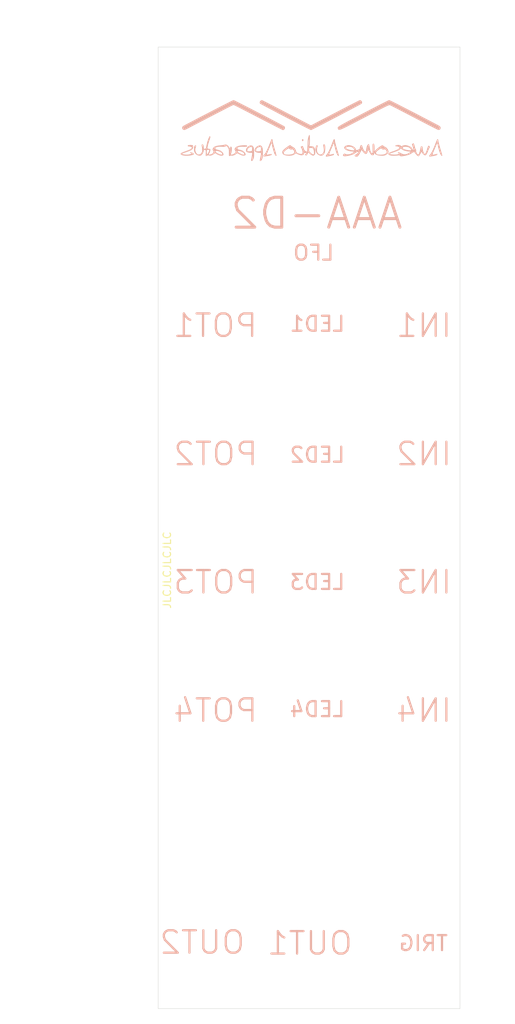
<source format=kicad_pcb>
(kicad_pcb (version 20211014) (generator pcbnew)
  (title_block (title "AAA Demiurge 1") (date "2022-08-11") (rev "F") (company "Awesome Audio Apparatus"))
  (layers (0 "F.Cu" signal) (31 "B.Cu" signal) (34 "B.Paste" user) (35 "F.Paste" user) (36 "B.SilkS" user "B.Silkscreen") (37 "F.SilkS" user "F.Silkscreen") (38 "B.Mask" user) (39 "F.Mask" user) (44 "Edge.Cuts" user))
  (net 0 "")
  (footprint "MountingHole:MountingHole_3.2mm_M3" (layer "F.Cu") (at 109.1 167)
    (fp_text reference "REF**" hide)
    (fp_text value "MountingHole_3.2mm_M3")
    (pad "" np_thru_hole circle (at 0 0) (size 3.2 3.2) (drill 3.2) (layers *.Cu *.Mask))
  )
  (footprint "MountingHole:MountingHole_3.2mm_M3" (layer "F.Cu") (at 109.1 44.5)
    (fp_text reference "REF**" hide)
    (fp_text value "MountingHole_3.2mm_M3")
    (pad "" np_thru_hole circle (at 0 0) (size 3.2 3.2) (drill 3.2) (layers *.Cu *.Mask))
  )
  (footprint "MountingHole:MountingHole_3.2mm_M3" (layer "F.Cu") (at 83.7 44.5)
    (fp_text reference "REF**" hide)
    (fp_text value "MountingHole_3.2mm_M3")
    (pad "" np_thru_hole circle (at 0 0) (size 3.2 3.2) (drill 3.2) (layers *.Cu *.Mask))
  )
  (footprint "MountingHole:MountingHole_3.2mm_M3" (layer "F.Cu") (at 83.7 167)
    (fp_text reference "REF**" hide)
    (fp_text value "MountingHole_3.2mm_M3")
    (pad "" np_thru_hole circle (at 0 0) (size 3.2 3.2) (drill 3.2) (layers *.Cu *.Mask))
  )
  (footprint "MountingHole:MountingHole_6mm" (layer "B.Cu") (at 111.76 137.16 180)
    (fp_text reference "IN4" (at 0 7) (layer "B.SilkS") (effects (font (size 3 3) (thickness 0.3)) (justify mirror)))
    (fp_text value "MountingHole_6mm")
    (pad "" np_thru_hole circle (at 0 0 180) (size 6.5 6.5) (drill 6.5) (layers F&B.Cu *.Mask))
  )
  (footprint "MountingHole:MountingHole_6mm" (layer "B.Cu") (at 83.8454 85.725 180)
    (fp_text reference "POT1" (at 0 7) (layer "B.SilkS") (effects (font (size 3 3) (thickness 0.3)) (justify mirror)))
    (fp_text value "MountingHole_6mm")
    (pad "" np_thru_hole circle (at 0 0 180) (size 7.3 7.3) (drill 7.3) (layers F&B.Cu *.Mask))
  )
  (footprint "MountingHole:MountingHole_6mm" (layer "B.Cu") (at 97.536 82.677 180)
    (fp_text reference "LED1" (at 0.036 4.177) (layer "B.SilkS") (effects (font (size 2 2) (thickness 0.3)) (justify mirror)))
    (fp_text value "MountingHole_6mm")
    (pad "" np_thru_hole circle (at 0 0 180) (size 5.5 5.5) (drill 5.5) (layers F&B.Cu *.Mask))
  )
  (footprint "MountingHole:MountingHole_6mm" (layer "B.Cu") (at 83.8708 137.16 180)
    (fp_text reference "POT4" (at 0 7) (layer "B.SilkS") (effects (font (size 3 3) (thickness 0.3)) (justify mirror)))
    (fp_text value "MountingHole_6mm")
    (pad "" np_thru_hole circle (at 0 0 180) (size 7.3 7.3) (drill 7.3) (layers F&B.Cu *.Mask))
  )
  (footprint "MountingHole:MountingHole_6mm" (layer "B.Cu") (at 83.8962 102.87 180)
    (fp_text reference "POT2" (at 0 7) (layer "B.SilkS") (effects (font (size 3 3) (thickness 0.3)) (justify mirror)))
    (fp_text value "MountingHole_6mm")
    (pad "" np_thru_hole circle (at 0 0 180) (size 7.3 7.3) (drill 7.3) (layers F&B.Cu *.Mask))
  )
  (footprint "MountingHole:MountingHole_6mm" (layer "B.Cu") (at 111.76 154.305 180)
    (fp_text reference "TRIG" (at 0.06 -6.964513) (layer "B.SilkS") (effects (font (size 2 2) (thickness 0.3)) (justify mirror)))
    (fp_text value "MountingHole_6mm")
    (pad "" np_thru_hole circle (at 0 0 180) (size 6.5 6.5) (drill 6.5) (layers F&B.Cu *.Mask))
  )
  (footprint "MountingHole:MountingHole_6mm" (layer "B.Cu") (at 97.536 134.239 180)
    (fp_text reference "LED4" (at 0.036 4.239) (layer "B.SilkS") (effects (font (size 2 2) (thickness 0.3)) (justify mirror)))
    (fp_text value "MountingHole_6mm")
    (pad "" np_thru_hole circle (at 0 0 180) (size 5.5 5.5) (drill 5.5) (layers F&B.Cu *.Mask))
  )
  (footprint "MountingHole:MountingHole_6mm" (layer "B.Cu") (at 97.536 125.222 180)
    (fp_text reference "REF**" (at 0 7) (layer "B.SilkS") (effects (justify mirror)))
    (fp_text value "MountingHole_6mm")
    (pad "" np_thru_hole circle (at 0 0 180) (size 3.5 3.5) (drill 3.5) (layers F&B.Cu *.Mask))
  )
  (footprint "MountingHole:MountingHole_6mm" (layer "B.Cu") (at 97.536 90.932 180)
    (fp_text reference "REF**" (at 0 7) (layer "B.SilkS") (effects (justify mirror)))
    (fp_text value "MountingHole_6mm")
    (pad "" np_thru_hole circle (at 0 0 180) (size 3.5 3.5) (drill 3.5) (layers F&B.Cu *.Mask))
  )
  (footprint "MountingHole:MountingHole_6mm" (layer "B.Cu") (at 97.536 108.077 180)
    (fp_text reference "REF**" (at 0 7) (layer "B.SilkS") (effects (justify mirror)))
    (fp_text value "MountingHole_6mm")
    (pad "" np_thru_hole circle (at 0 0 180) (size 3.5 3.5) (drill 3.5) (layers F&B.Cu *.Mask))
  )
  (footprint "MountingHole:MountingHole_6mm" (layer "B.Cu") (at 83.8962 120.015 180)
    (fp_text reference "POT3" (at 0 7) (layer "B.SilkS") (effects (font (size 3 3) (thickness 0.3)) (justify mirror)))
    (fp_text value "MountingHole_6mm")
    (pad "" np_thru_hole circle (at 0 0 180) (size 7.3 7.3) (drill 7.3) (layers F&B.Cu *.Mask))
  )
  (footprint "MountingHole:MountingHole_6mm" (layer "B.Cu") (at 97.5 142.315 180)
    (fp_text reference "REF**" (at 0 7) (layer "B.SilkS") (effects (justify mirror)))
    (fp_text value "MountingHole_6mm")
    (pad "" np_thru_hole circle (at 0 0 180) (size 3.5 3.5) (drill 3.5) (layers F&B.Cu *.Mask))
  )
  (footprint "MountingHole:MountingHole_6mm" (layer "B.Cu") (at 81.28 154.305 180)
    (fp_text reference "OUT2" (at -0.82 -6.848323) (layer "B.SilkS") (effects (font (size 3 3) (thickness 0.3)) (justify mirror)))
    (fp_text value "MountingHole_6mm")
    (pad "" np_thru_hole circle (at 0 0 180) (size 6.5 6.5) (drill 6.5) (layers F&B.Cu *.Mask))
  )
  (footprint "MountingHole:MountingHole_6mm" (layer "B.Cu") (at 97.536 116.967 180)
    (fp_text reference "LED3" (at 0.036 3.967) (layer "B.SilkS") (effects (font (size 2 2) (thickness 0.3)) (justify mirror)))
    (fp_text value "MountingHole_6mm")
    (pad "" np_thru_hole circle (at 0 0 180) (size 5.5 5.5) (drill 5.5) (layers F&B.Cu *.Mask))
  )
  (footprint "MountingHole:MountingHole_6mm" (layer "B.Cu") (at 111.76 102.87 180)
    (fp_text reference "IN2" (at 0 7) (layer "B.SilkS") (effects (font (size 3 3) (thickness 0.3)) (justify mirror)))
    (fp_text value "MountingHole_6mm")
    (pad "" np_thru_hole circle (at 0 0 180) (size 6.5 6.5) (drill 6.5) (layers F&B.Cu *.Mask))
  )
  (footprint "MountingHole:MountingHole_6mm" (layer "B.Cu") (at 111.76 120.015 180)
    (fp_text reference "IN3" (at 0 7) (layer "B.SilkS") (effects (font (size 3 3) (thickness 0.3)) (justify mirror)))
    (fp_text value "MountingHole_6mm")
    (pad "" np_thru_hole circle (at 0 0 180) (size 6.5 6.5) (drill 6.5) (layers F&B.Cu *.Mask))
  )
  (footprint "LOGO" (layer "B.Cu") (at 96.7 52.65 180)
    (fp_text reference "G***" hide)
    (fp_text value "LOGO" hide)
    (fp_poly (pts (xy -13.613309 -1.730055) (xy -13.547753 -1.764224) (xy -13.453954 -1.817414) (xy -13.574439 -2.2225) (xy -13.627129 -2.420555) (xy -13.650693 -2.55619) (xy -13.646532 -2.624656) (xy -13.616044 -2.6212) (xy -13.583217 -2.573733) (xy -13.335735 -2.573733) (xy -13.331642 -2.633019) (xy -13.26726 -2.657533) (xy -13.125421 -2.65423) (xy -12.911564 -2.623581) (xy -12.678104 -2.576574) (xy -12.444935 -2.51179) (xy -12.293841 -2.439164) (xy -12.226373 -2.360068) (xy -12.244082 -2.275878) (xy -12.287398 -2.230599) (xy -12.393322 -2.18688) (xy -12.55244 -2.169959) (xy -12.735061 -2.178331) (xy -12.911492 -2.210489) (xy -13.052042 -2.264928) (xy -13.060203 -2.269802) (xy -13.188409 -2.367513) (xy -13.28529 -2.475564) (xy -13.335735 -2.573733) (xy -13.583217 -2.573733) (xy -13.560629 -2.541072) (xy -13.509941 -2.441466) (xy -13.447364 -2.332019) (xy -13.364981 -2.247046) (xy -13.23886 -2.165551) (xy -13.130866 -2.108899) (xy -12.83364 -1.992909) (xy -12.556036 -1.95089) (xy -12.307312 -1.983437) (xy -12.162254 -2.046769) (xy -12.064337 -2.096624) (xy -12.006228 -2.110915) (xy -11.99931 -2.10372) (xy -11.971423 -2.044381) (xy -11.930493 -1.995714) (xy -11.842084 -1.953926) (xy -11.700668 -1.930998) (xy -11.5389 -1.927522) (xy -11.389432 -1.944092) (xy -11.284919 -1.981297) (xy -11.28114 -1.983942) (xy -11.228409 -2.033948) (xy -11.248329 -2.077428) (xy -11.272212 -2.098324) (xy -11.359835 -2.134188) (xy -11.409994 -2.1293) (xy -11.498008 -2.126738) (xy -11.609973 -2.159367) (xy -11.713119 -2.2127) (xy -11.774673 -2.272253) (xy -11.780345 -2.293011) (xy -11.737429 -2.385798) (xy -11.610839 -2.487496) (xy -11.40381 -2.596148) (xy -11.119576 -2.709797) (xy -11.051841 -2.733612) (xy -10.777223 -2.830043) (xy -10.575792 -2.905982) (xy -10.437024 -2.966705) (xy -10.350396 -3.01749) (xy -10.305384 -3.063613) (xy -10.291467 -3.110351) (xy -10.291379 -3.114944) (xy -10.33262 -3.221184) (xy -10.454432 -3.299744) (xy -10.653946 -3.34958) (xy -10.928295 -3.369649) (xy -10.992069 -3.369998) (xy -11.198934 -3.365415) (xy -11.394816 -3.354673) (xy -11.547841 -3.339743) (xy -11.590162 -3.332992) (xy -11.716321 -3.316875) (xy -11.793244 -3.335342) (xy -11.841544 -3.378692) (xy -11.893654 -3.424255) (xy -11.964213 -3.44924) (xy -12.067885 -3.453475) (xy -12.219332 -3.43679) (xy -12.433217 -3.399013) (xy -12.578302 -3.370096) (xy -12.877188 -3.300389) (xy -13.110068 -3.223581) (xy -13.298504 -3.130847) (xy -13.464057 -3.013362) (xy -13.477802 -3.001921) (xy -13.625974 -2.909083) (xy -13.751453 -2.894866) (xy -13.84723 -2.958935) (xy -13.882218 -3.021251) (xy -13.945529 -3.125547) (xy -14.045515 -3.242896) (xy -14.159891 -3.351925) (xy -14.266373 -3.431258) (xy -14.339284 -3.459655) (xy -14.388203 -3.423544) (xy -14.461891 -3.327789) (xy -14.54629 -3.191252) (xy -14.566318 -3.154993) (xy -14.730873 -2.850331) (xy -14.803908 -2.968872) (xy -14.919896 -3.124921) (xy -15.048268 -3.247037) (xy -15.168618 -3.31769) (xy -15.222229 -3.328276) (xy -15.316654 -3.286076) (xy -15.418676 -3.164175) (xy -15.523822 -2.969624) (xy -15.627619 -2.709472) (xy -15.642662 -2.665624) (xy -15.700081 -2.515643) (xy -15.758086 -2.397156) (xy -15.801277 -2.338797) (xy -15.84206 -2.261945) (xy -15.832597 -2.159238) (xy -15.781358 -2.069813) (xy -15.736552 -2.039727) (xy -15.688116 -2.032516) (xy -15.644642 -2.058263) (xy -15.601061 -2.127469) (xy -15.5523 -2.250639) (xy -15.493291 -2.438276) (xy -15.42106 -2.693276) (xy -15.363375 -2.852552) (xy -15.28721 -3.007142) (xy -15.279261 -3.020399) (xy -15.185791 -3.172349) (xy -15.082439 -3.042734) (xy -14.995714 -2.88325) (xy -14.928734 -2.654602) (xy -14.886157 -2.3739) (xy -14.879979 -2.299138) (xy -14.864275 -2.184107) (xy -14.826796 -2.130008) (xy -14.753318 -2.110687) (xy -14.698906 -2.10836) (xy -14.661195 -2.127098) (xy -14.632467 -2.182733) (xy -14.605001 -2.291096) (xy -14.57108 -2.46802) (xy -14.566252 -2.494373) (xy -14.507963 -2.765089) (xy -14.444036 -2.977418) (xy -14.37787 -3.122656) (xy -14.312862 -3.192098) (xy -14.292043 -3.196897) (xy -14.206677 -3.158208) (xy -14.122956 -3.060775) (xy -14.054993 -2.93255) (xy -14.023635 -2.824655) (xy -13.291207 -2.824655) (xy -13.127072 -2.950216) (xy -12.860547 -3.112454) (xy -12.597492 -3.187541) (xy -12.335268 -3.175697) (xy -12.071236 -3.077145) (xy -12.012452 -3.043733) (xy -11.843266 -2.953834) (xy -11.702268 -2.901776) (xy -11.603725 -2.891075) (xy -11.561908 -2.925248) (xy -11.561379 -2.932597) (xy -11.595644 -2.983731) (xy -11.653667 -3.02424) (xy -11.709678 -3.076328) (xy -11.689197 -3.125457) (xy -11.603318 -3.1682) (xy -11.463134 -3.201129) (xy -11.279739 -3.220815) (xy -11.064226 -3.22383) (xy -11.013966 -3.221933) (xy -10.838359 -3.210374) (xy -10.690279 -3.194692) (xy -10.596933 -3.177905) (xy -10.586983 -3.174583) (xy -10.52271 -3.132492) (xy -10.510345 -3.108246) (xy -10.549404 -3.081517) (xy -10.655723 -3.03505) (xy -10.813018 -2.975405) (xy -11.003017 -2.909799) (xy -11.297374 -2.809035) (xy -11.519579 -2.724076) (xy -11.682294 -2.648852) (xy -11.798176 -2.577288) (xy -11.879884 -2.503314) (xy -11.899657 -2.479705) (xy -11.960666 -2.410147) (xy -11.99797 -2.40613) (xy -12.032813 -2.45221) (xy -12.13605 -2.551644) (xy -12.30688 -2.643789) (xy -12.525309 -2.720976) (xy -12.771346 -2.775536) (xy -12.924422 -2.794263) (xy -13.291207 -2.824655) (xy -14.023635 -2.824655) (xy -14.0169 -2.801482) (xy -14.022788 -2.695522) (xy -14.030752 -2.679368) (xy -14.025293 -2.618747) (xy -13.977254 -2.534199) (xy -13.924609 -2.434579) (xy -13.871767 -2.286278) (xy -13.841206 -2.16921) (xy -13.789884 -1.963467) (xy -13.738491 -1.810944) (xy -13.691852 -1.724403) (xy -13.667367 -1.709483)) (layer "B.SilkS") (width 0) (fill solid))
    (fp_poly (pts (xy 6.95468 -1.986289) (xy 7.143217 -2.047715) (xy 7.317597 -2.158829) (xy 7.462421 -2.302622) (xy 7.562296 -2.462082) (xy 7.601825 -2.6202) (xy 7.594272 -2.69295) (xy 7.517178 -2.827817) (xy 7.368018 -2.92163) (xy 7.153847 -2.970903) (xy 7.017845 -2.977767) (xy 6.894974 -2.978625) (xy 6.811523 -2.989785) (xy 6.763504 -3.024386) (xy 6.746929 -3.095567) (xy 6.75781 -3.216466) (xy 6.79216 -3.400223) (xy 6.831724 -3.591035) (xy 6.87523 -3.800288) (xy 6.901586 -3.938292) (xy 6.91024 -4.019798) (xy 6.900643 -4.059556) (xy 6.872243 -4.072316) (xy 6.824489 -4.072829) (xy 6.813734 -4.072759) (xy 6.738343 -4.053335) (xy 6.671671 -3.983256) (xy 6.605717 -3.864742) (xy 6.560977 -3.762376) (xy 6.530127 -3.655604) (xy 6.509961 -3.52355) (xy 6.497272 -3.345339) (xy 6.48897 -3.104561) (xy 6.487255 -2.778873) (xy 6.502762 -2.526415) (xy 6.533141 -2.360461) (xy 6.748341 -2.360461) (xy 6.752942 -2.484835) (xy 6.764609 -2.628558) (xy 6.787263 -2.7086) (xy 6.83137 -2.748866) (xy 6.875517 -2.764751) (xy 6.988616 -2.782731) (xy 7.13688 -2.789341) (xy 7.182069 -2.788443) (xy 7.304575 -2.778665) (xy 7.364989 -2.751277) (xy 7.388783 -2.690498) (xy 7.393268 -2.657601) (xy 7.380656 -2.527662) (xy 7.341806 -2.434233) (xy 7.238536 -2.331416) (xy 7.094208 -2.25019) (xy 6.944321 -2.206733) (xy 6.847764 -2.209108) (xy 6.786873 -2.231277) (xy 6.756427 -2.273892) (xy 6.748341 -2.360461) (xy 6.533141 -2.360461) (xy 6.53797 -2.334082) (xy 6.595359 -2.188769) (xy 6.677408 -2.077368) (xy 6.684709 -2.069931) (xy 6.779616 -1.995592) (xy 6.881326 -1.977849)) (layer "B.SilkS") (width 0) (fill solid))
    (fp_poly (pts (xy 13.637599 -0.791676) (xy 13.676101 -0.85947) (xy 13.775602 -1.086588) (xy 13.874031 -1.367973) (xy 13.961097 -1.670793) (xy 14.026506 -1.962217) (xy 14.032882 -1.997553) (xy 14.073236 -2.202801) (xy 14.11438 -2.335842) (xy 14.165437 -2.41166) (xy 14.235527 -2.445237) (xy 14.309396 -2.451743) (xy 14.367778 -2.443435) (xy 14.397092 -2.402855) (xy 14.407107 -2.308074) (xy 14.407931 -2.230569) (xy 14.425716 -2.020664) (xy 14.478995 -1.89038) (xy 14.567648 -1.839981) (xy 14.581693 -1.83931) (xy 14.663756 -1.874037) (xy 14.692794 -1.97733) (xy 14.668563 -2.147858) (xy 14.650422 -2.213419) (xy 14.620077 -2.343325) (xy 14.613898 -2.438341) (xy 14.623003 -2.466038) (xy 14.636211 -2.530026) (xy 14.615838 -2.621369) (xy 14.596031 -2.715941) (xy 14.617642 -2.818678) (xy 14.667373 -2.927637) (xy 14.792659 -3.100097) (xy 14.943269 -3.195609) (xy 15.104181 -3.21422) (xy 15.260378 -3.155977) (xy 15.396839 -3.020928) (xy 15.452712 -2.925159) (xy 15.532948 -2.688267) (xy 15.532602 -2.463326) (xy 15.480862 -2.292383) (xy 15.424235 -2.122962) (xy 15.423791 -2.017565) (xy 15.479785 -1.972814) (xy 15.504993 -1.97069) (xy 15.592388 -2.010354) (xy 15.658789 -2.116798) (xy 15.701728 -2.271195) (xy 15.718736 -2.45472) (xy 15.707345 -2.648546) (xy 15.665088 -2.833849) (xy 15.629655 -2.921502) (xy 15.481434 -3.139477) (xy 15.284775 -3.287011) (xy 15.046286 -3.359324) (xy 15.020276 -3.362246) (xy 14.883487 -3.369288) (xy 14.792075 -3.34749) (xy 14.705018 -3.282379) (xy 14.654395 -3.233154) (xy 14.52631 -3.059132) (xy 14.438246 -2.849304) (xy 14.408175 -2.660431) (xy 14.379574 -2.601781) (xy 14.284395 -2.5838) (xy 14.281657 -2.583793) (xy 14.203665 -2.596401) (xy 14.153766 -2.643053) (xy 14.128274 -2.736991) (xy 14.123499 -2.891459) (xy 14.135069 -3.110169) (xy 14.144597 -3.270232) (xy 14.141766 -3.361933) (xy 14.122495 -3.404105) (xy 14.082705 -3.415582) (xy 14.068833 -3.415862) (xy 13.970408 -3.387039) (xy 13.92959 -3.354249) (xy 13.871846 -3.316844) (xy 13.777691 -3.322067) (xy 13.721088 -3.336087) (xy 13.504966 -3.360081) (xy 13.293122 -3.306665) (xy 13.07174 -3.172346) (xy 13.071025 -3.1718) (xy 12.870738 -3.018918) (xy 12.746606 -3.107307) (xy 12.550484 -3.224508) (xy 12.344905 -3.309636) (xy 12.147086 -3.359576) (xy 11.974247 -3.371209) (xy 11.843604 -3.341419) (xy 11.779253 -3.282443) (xy 11.756384 -3.198935) (xy 11.774008 -3.126164) (xy 11.923515 -3.126164) (xy 11.926711 -3.172785) (xy 11.988675 -3.222126) (xy 12.108438 -3.223185) (xy 12.272267 -3.178222) (xy 12.466428 -3.089497) (xy 12.481034 -3.081577) (xy 12.656291 -2.981169) (xy 12.76335 -2.906525) (xy 12.813728 -2.847119) (xy 12.81894 -2.792424) (xy 12.814111 -2.777132) (xy 12.779342 -2.732519) (xy 12.706319 -2.719535) (xy 12.588898 -2.730501) (xy 12.408239 -2.773466) (xy 12.234348 -2.845885) (xy 12.084248 -2.936388) (xy 11.974963 -3.033604) (xy 11.923515 -3.126164) (xy 11.774008 -3.126164) (xy 11.781384 -3.095709) (xy 11.810557 -3.031451) (xy 11.947573 -2.848001) (xy 12.154868 -2.700556) (xy 12.419655 -2.597347) (xy 12.52191 -2.573519) (xy 12.676809 -2.539154) (xy 12.766716 -2.504515) (xy 12.813412 -2.457424) (xy 12.835481 -2.398202) (xy 12.848187 -2.327248) (xy 12.826706 -2.282384) (xy 12.753134 -2.246325) (xy 12.641928 -2.211369) (xy 12.496386 -2.178119) (xy 12.331395 -2.163201) (xy 12.121011 -2.165152) (xy 11.968138 -2.173426) (xy 11.763091 -2.185061) (xy 11.62896 -2.18718) (xy 11.549445 -2.17831) (xy 11.508247 -2.156974) (xy 11.492078 -2.130346) (xy 11.439672 -2.066332) (xy 11.359239 -2.081074) (xy 11.247202 -2.17527) (xy 11.24391 -2.178707) (xy 11.137252 -2.316182) (xy 11.071797 -2.472522) (xy 11.040781 -2.670885) (xy 11.036424 -2.888905) (xy 11.0397 -3.110654) (xy 11.038976 -3.259404) (xy 11.031888 -3.349728) (xy 11.016068 -3.396197) (xy 10.989152 -3.413384) (xy 10.95086 -3.415862) (xy 10.866436 -3.394889) (xy 10.837692 -3.370288) (xy 10.77876 -3.344649) (xy 10.723778 -3.351928) (xy 10.563782 -3.364084) (xy 10.374667 -3.320344) (xy 10.18657 -3.229309) (xy 10.113433 -3.177708) (xy 9.932184 -3.034281) (xy 9.605804 -3.203175) (xy 9.367608 -3.306881) (xy 9.16051 -3.36051) (xy 8.992469 -3.367635) (xy 8.871446 -3.331829) (xy 8.8054 -3.256663) (xy 8.802289 -3.145711) (xy 8.80821 -3.133205) (xy 8.987467 -3.133205) (xy 8.992797 -3.173369) (xy 9.040256 -3.226858) (xy 9.130574 -3.232472) (xy 9.274382 -3.189128) (xy 9.408458 -3.130992) (xy 9.644813 -3.010445) (xy 9.796915 -2.907821) (xy 9.866029 -2.822137) (xy 9.866745 -2.774244) (xy 9.829356 -2.731773) (xy 9.747759 -2.72146) (xy 9.649618 -2.731206) (xy 9.461366 -2.775349) (xy 9.284542 -2.848717) (xy 9.135629 -2.940212) (xy 9.03111 -3.03874) (xy 8.987467 -3.133205) (xy 8.80821 -3.133205) (xy 8.870073 -3.002545) (xy 8.944741 -2.906461) (xy 9.161836 -2.725239) (xy 9.440551 -2.60461) (xy 9.645861 -2.560479) (xy 9.779596 -2.53264) (xy 9.850046 -2.490806) (xy 9.879897 -2.427969) (xy 9.890333 -2.332541) (xy 9.880212 -2.285117) (xy 9.804787 -2.233824) (xy 9.660811 -2.194891) (xy 9.466773 -2.170908) (xy 9.241161 -2.164464) (xy 9.072245 -2.171935) (xy 8.880745 -2.183712) (xy 8.757156 -2.182881) (xy 8.682479 -2.167685) (xy 8.637714 -2.136371) (xy 8.633425 -2.131416) (xy 8.598461 -2.055496) (xy 8.604159 -2.016401) (xy 8.663742 -1.990883) (xy 8.791678 -1.976572) (xy 8.969453 -1.973462) (xy 9.178556 -1.981547) (xy 9.400472 -2.00082) (xy 9.524958 -2.016717) (xy 9.811457 -2.077234) (xy 10.02396 -2.167649) (xy 10.172436 -2.292936) (xy 10.222747 -2.364956) (xy 10.27269 -2.457373) (xy 10.283369 -2.523795) (xy 10.253098 -2.602315) (xy 10.208747 -2.681215) (xy 10.150173 -2.791012) (xy 10.134768 -2.86114) (xy 10.159277 -2.9262) (xy 10.182259 -2.962734) (xy 10.274851 -3.053806) (xy 10.416462 -3.143421) (xy 10.570433 -3.211942) (xy 10.699417 -3.239728) (xy 10.754708 -3.223239) (xy 10.751948 -3.157076) (xy 10.747397 -3.142155) (xy 10.692421 -2.931287) (xy 10.656729 -2.713041) (xy 10.641497 -2.508319) (xy 10.647901 -2.338027) (xy 10.677119 -2.223069) (xy 10.694276 -2.198414) (xy 10.77791 -2.145194) (xy 10.834958 -2.173389) (xy 10.859998 -2.279424) (xy 10.86069 -2.308149) (xy 10.86069 -2.470436) (xy 11.003017 -2.231511) (xy 11.152867 -2.026681) (xy 11.310027 -1.906793) (xy 11.479418 -1.869237) (xy 11.631336 -1.898197) (xy 11.754711 -1.92911) (xy 11.933014 -1.958964) (xy 12.133679 -1.982588) (xy 12.196379 -1.987917) (xy 12.403781 -2.009645) (xy 12.605293 -2.040762) (xy 12.765085 -2.075479) (xy 12.797242 -2.084982) (xy 12.97021 -2.166428) (xy 13.105414 -2.278041) (xy 13.193388 -2.404374) (xy 13.22467 -2.529979) (xy 13.189797 -2.639406) (xy 13.157591 -2.673235) (xy 13.100711 -2.770451) (xy 13.108309 -2.893424) (xy 13.174195 -3.016169) (xy 13.257314 -3.091894) (xy 13.368249 -3.15055) (xy 13.500799 -3.199572) (xy 13.62595 -3.230753) (xy 13.714687 -3.235885) (xy 13.735392 -3.227136) (xy 13.727723 -3.181203) (xy 13.684942 -3.090553) (xy 13.667669 -3.060088) (xy 13.601916 -2.921131) (xy 13.549667 -2.762501) (xy 13.520018 -2.619224) (xy 13.668885 -2.619224) (xy 13.675079 -2.696373) (xy 13.678571 -2.714147) (xy 13.718914 -2.829935) (xy 13.790349 -2.970275) (xy 13.825719 -3.027462) (xy 13.946797 -3.210423) (xy 13.984937 -3.04915) (xy 14.003387 -2.893944) (xy 13.995458 -2.740841) (xy 13.994554 -2.735835) (xy 13.966727 -2.633887) (xy 13.914808 -2.591906) (xy 13.809265 -2.583793) (xy 13.706292 -2.589) (xy 13.668885 -2.619224) (xy 13.520018 -2.619224) (xy 13.51933 -2.615897) (xy 13.51931 -2.513018) (xy 13.521026 -2.507155) (xy 13.573024 -2.468903) (xy 13.673489 -2.451795) (xy 13.678046 -2.451743) (xy 13.801349 -2.444671) (xy 13.874552 -2.414711) (xy 13.904214 -2.346567) (xy 13.896898 -2.224941) (xy 13.859163 -2.034535) (xy 13.858418 -2.031161) (xy 13.806782 -1.826799) (xy 13.73588 -1.583803) (xy 13.658458 -1.345064) (xy 13.633274 -1.273481) (xy 13.566024 -1.081571) (xy 13.528027 -0.954022) (xy 13.516234 -0.873782) (xy 13.527594 -0.823798) (xy 13.548109 -0.797261) (xy 13.597055 -0.763546)) (layer "B.SilkS") (width 0) (fill solid))
    (fp_poly (pts (xy 5.336087 -1.179077) (xy 5.376726 -1.249901) (xy 5.430781 -1.37369) (xy 5.504339 -1.560683) (xy 5.585475 -1.773621) (xy 5.731676 -2.141901) (xy 5.876217 -2.473695) (xy 6.014021 -2.758924) (xy 6.140014 -2.987506) (xy 6.249122 -3.149363) (xy 6.312204 -3.21712) (xy 6.397823 -3.315383) (xy 6.427235 -3.406739) (xy 6.39762 -3.470736) (xy 6.349497 -3.487588) (xy 6.281926 -3.482364) (xy 6.148943 -3.462796) (xy 5.970935 -3.432134) (xy 5.803181 -3.400504) (xy 5.578645 -3.353309) (xy 5.429284 -3.313183) (xy 5.34338 -3.276179) (xy 5.309215 -3.238355) (xy 5.308084 -3.233825) (xy 5.311032 -3.166196) (xy 5.360736 -3.135652) (xy 5.468417 -3.140645) (xy 5.645295 -3.179628) (xy 5.664622 -3.184654) (xy 5.811997 -3.219327) (xy 5.923227 -3.238063) (xy 5.974323 -3.236826) (xy 5.974378 -3.236772) (xy 5.965352 -3.191114) (xy 5.92606 -3.078666) (xy 5.861648 -2.912747) (xy 5.777261 -2.706673) (xy 5.692001 -2.506016) (xy 5.592828 -2.273785) (xy 5.507099 -2.068341) (xy 5.440455 -1.903582) (xy 5.398534 -1.793409) (xy 5.386552 -1.753132) (xy 5.35408 -1.709473) (xy 5.342759 -1.707931) (xy 5.306533 -1.744397) (xy 5.298965 -1.790845) (xy 5.28664 -1.887261) (xy 5.253404 -2.046206) (xy 5.204868 -2.246733) (xy 5.146642 -2.467898) (xy 5.084337 -2.688755) (xy 5.023564 -2.888358) (xy 4.969933 -3.045761) (xy 4.948031 -3.100976) (xy 4.869748 -3.251051) (xy 4.788656 -3.354528) (xy 4.716676 -3.399696) (xy 4.667048 -3.377056) (xy 4.67221 -3.325584) (xy 4.699977 -3.20287) (xy 4.747061 -3.021343) (xy 4.810173 -2.793433) (xy 4.886024 -2.531569) (xy 4.92788 -2.391185) (xy 5.023645 -2.064547) (xy 5.099501 -1.788141) (xy 5.153412 -1.570184) (xy 5.183346 -1.41889) (xy 5.187399 -1.34298) (xy 5.195767 -1.229738) (xy 5.233798 -1.18198) (xy 5.270711 -1.155358) (xy 5.302778 -1.150976)) (layer "B.SilkS") (width 0) (fill solid))
    (fp_poly (pts (xy 6.703809 4.047491) (xy 6.79845 3.986251) (xy 6.803922 3.981994) (xy 6.894642 3.863288) (xy 6.919844 3.720227) (xy 6.88096 3.598342) (xy 6.836596 3.568681) (xy 6.721153 3.50269) (xy 6.541503 3.403944) (xy 6.304521 3.276013) (xy 6.017079 3.12247) (xy 5.68605 2.946886) (xy 5.318309 2.752833) (xy 4.920727 2.543884) (xy 4.500178 2.323611) (xy 4.063536 2.095585) (xy 3.617673 1.863378) (xy 3.169463 1.630563) (xy 2.725779 1.400711) (xy 2.293494 1.177395) (xy 1.879481 0.964185) (xy 1.490613 0.764656) (xy 1.133764 0.582377) (xy 0.815808 0.420922) (xy 0.543616 0.283862) (xy 0.324062 0.174769) (xy 0.16402 0.097216) (xy 0.070362 0.054774) (xy 0.048738 0.047653) (xy 0.000009 0.068071) (xy -0.120518 0.12616) (xy -0.307052 0.218955) (xy -0.553803 0.343493) (xy -0.854978 0.496812) (xy -1.204785 0.675946) (xy -1.597435 0.877934) (xy -2.027134 1.099811) (xy -2.488091 1.338615) (xy -2.974516 1.591381) (xy -3.323938 1.773408) (xy -3.825331 2.035179) (xy -4.305444 2.286448) (xy -4.758447 2.524129) (xy -5.178512 2.745135) (xy -5.559808 2.946379) (xy -5.896505 3.124774) (xy -6.182774 3.277234) (xy -6.412784 3.400672) (xy -6.580705 3.492) (xy -6.680708 3.548133) (xy -6.706956 3.564637) (xy -6.777965 3.676336) (xy -6.780951 3.810475) (xy -6.718351 3.937471) (xy -6.672543 3.981994) (xy -6.577772 4.044665) (xy -6.505591 4.072658) (xy -6.502909 4.072758) (xy -6.456624 4.052986) (xy -6.338502 3.99565) (xy -6.154348 3.903719) (xy -5.909967 3.780164) (xy -5.611164 3.627954) (xy -5.263745 3.45006) (xy -4.873515 3.249451) (xy -4.446279 3.029096) (xy -3.987841 2.791967) (xy -3.504008 2.541033) (xy -3.196168 2.381043) (xy 0.056329 0.689327) (xy 0.236182 0.777253) (xy 0.302834 0.811047) (xy 0.440866 0.882031) (xy 0.64398 0.986937) (xy 0.905873 1.122498) (xy 1.220246 1.285445) (xy 1.580797 1.472511) (xy 1.981226 1.680427) (xy 2.415232 1.905926) (xy 2.876515 2.145739) (xy 3.358774 2.396599) (xy 3.497848 2.468968) (xy 3.981005 2.720056) (xy 4.442249 2.959078) (xy 4.87561 3.182981) (xy 5.275119 3.388713) (xy 5.634805 3.573219) (xy 5.948699 3.733449) (xy 6.210829 3.866347) (xy 6.415227 3.968863) (xy 6.555921 4.037942) (xy 6.626943 4.070532) (xy 6.634097 4.072758)) (layer "B.SilkS") (width 0) (fill solid))
    (fp_poly (pts (xy 8.184495 -1.993228) (xy 8.35117 -2.054219) (xy 8.506115 -2.160802) (xy 8.634993 -2.300906) (xy 8.723469 -2.462456) (xy 8.757205 -2.633381) (xy 8.731417 -2.7789) (xy 8.651544 -2.871684) (xy 8.501942 -2.938582) (xy 8.298111 -2.973879) (xy 8.191485 -2.977931) (xy 8.045284 -2.979861) (xy 7.966225 -2.991877) (xy 7.933864 -3.023317) (xy 7.92776 -3.083521) (xy 7.927875 -3.098362) (xy 7.936763 -3.194344) (xy 7.95942 -3.349218) (xy 7.991734 -3.536136) (xy 8.008356 -3.623686) (xy 8.040453 -3.801282) (xy 8.061368 -3.944281) (xy 8.06842 -4.032635) (xy 8.065423 -4.050669) (xy 8.008029 -4.069379) (xy 7.961031 -4.072759) (xy 7.889341 -4.035488) (xy 7.810114 -3.919916) (xy 7.771689 -3.842845) (xy 7.726776 -3.738052) (xy 7.696419 -3.637995) (xy 7.677823 -3.521855) (xy 7.668197 -3.36881) (xy 7.664746 -3.158042) (xy 7.664465 -3.043621) (xy 7.668933 -2.733288) (xy 7.684424 -2.496971) (xy 7.707013 -2.361685) (xy 7.930782 -2.361685) (xy 7.935355 -2.484835) (xy 7.947023 -2.628558) (xy 7.969677 -2.7086) (xy 8.013784 -2.748866) (xy 8.057931 -2.764751) (xy 8.17103 -2.782731) (xy 8.319294 -2.789341) (xy 8.364483 -2.788443) (xy 8.48692 -2.77873) (xy 8.547303 -2.751383) (xy 8.57115 -2.690396) (xy 8.575849 -2.65587) (xy 8.55101 -2.524899) (xy 8.46283 -2.395912) (xy 8.333981 -2.287425) (xy 8.187132 -2.217955) (xy 8.044954 -2.20602) (xy 8.029173 -2.209361) (xy 7.968842 -2.231528) (xy 7.93871 -2.274478) (xy 7.930782 -2.361685) (xy 7.707013 -2.361685) (xy 7.713725 -2.321487) (xy 7.759626 -2.193655) (xy 7.824913 -2.100291) (xy 7.873305 -2.056312) (xy 8.020428 -1.989901)) (layer "B.SilkS") (width 0) (fill solid))
    (fp_poly (pts (xy -1.597003 -1.902601) (xy -1.59084 -2.030809) (xy -1.619773 -2.221896) (xy -1.662008 -2.49648) (xy -1.663535 -2.709938) (xy -1.623918 -2.878924) (xy -1.601186 -2.928844) (xy -1.474604 -3.100153) (xy -1.322054 -3.194114) (xy -1.158542 -3.210788) (xy -0.99907 -3.150241) (xy -0.858642 -3.012535) (xy -0.805689 -2.925468) (xy -0.760347 -2.772184) (xy -0.746932 -2.574491) (xy -0.765163 -2.369429) (xy -0.811178 -2.202392) (xy -0.848332 -2.066931) (xy -0.822913 -1.990516) (xy -0.735657 -1.974924) (xy -0.718145 -1.977774) (xy -0.648584 -2.031999) (xy -0.591909 -2.151422) (xy -0.554058 -2.31393) (xy -0.540971 -2.497409) (xy -0.547873 -2.6118) (xy -0.613791 -2.864256) (xy -0.740006 -3.079377) (xy -0.913556 -3.24412) (xy -1.121472 -3.345441) (xy -1.303611 -3.372069) (xy -1.44142 -3.355068) (xy -1.552994 -3.290788) (xy -1.614164 -3.233384) (xy -1.704776 -3.125848) (xy -1.768561 -3.006797) (xy -1.812071 -2.855662) (xy -1.841856 -2.651874) (xy -1.857971 -2.467911) (xy -1.865194 -2.199953) (xy -1.840604 -2.009714) (xy -1.783303 -1.892964) (xy -1.727541 -1.85427) (xy -1.642129 -1.845262)) (layer "B.SilkS") (width 0) (fill solid))
    (fp_poly (pts (xy 16.363131 -1.934783) (xy 16.47503 -1.953966) (xy 16.505433 -1.966941) (xy 16.548835 -2.030238) (xy 16.529329 -2.096716) (xy 16.464235 -2.134415) (xy 16.416221 -2.131554) (xy 16.327486 -2.131618) (xy 16.209581 -2.158161) (xy 16.093077 -2.200527) (xy 16.00855 -2.248064) (xy 15.984483 -2.281997) (xy 16.018876 -2.349899) (xy 16.105741 -2.437044) (xy 16.220604 -2.520828) (xy 16.277757 -2.552846) (xy 16.368457 -2.592107) (xy 16.519474 -2.651188) (xy 16.708284 -2.721475) (xy 16.875394 -2.781389) (xy 17.134744 -2.876965) (xy 17.318092 -2.955763) (xy 17.434182 -3.023144) (xy 17.491754 -3.084468) (xy 17.49955 -3.145093) (xy 17.494637 -3.161053) (xy 17.418358 -3.244659) (xy 17.26967 -3.308672) (xy 17.061879 -3.351521) (xy 16.808288 -3.371633) (xy 16.522203 -3.367435) (xy 16.216927 -3.337355) (xy 16.123793 -3.323082) (xy 15.90581 -3.274189) (xy 15.772204 -3.214726) (xy 15.723715 -3.145807) (xy 15.761081 -3.068543) (xy 15.885041 -2.984047) (xy 15.895152 -2.978821) (xy 16.036913 -2.919364) (xy 16.155819 -2.892303) (xy 16.231264 -2.900665) (xy 16.247241 -2.927109) (xy 16.211717 -2.96931) (xy 16.126873 -3.018716) (xy 16.006505 -3.073559) (xy 16.129484 -3.137995) (xy 16.279203 -3.188181) (xy 16.483799 -3.220167) (xy 16.712076 -3.231959) (xy 16.932839 -3.221561) (xy 17.073183 -3.198367) (xy 17.198999 -3.162451) (xy 17.280696 -3.128129) (xy 17.298276 -3.111031) (xy 17.259266 -3.085027) (xy 17.153071 -3.038919) (xy 16.995944 -2.979241) (xy 16.805603 -2.913015) (xy 16.513636 -2.812117) (xy 16.293206 -2.727151) (xy 16.131171 -2.651676) (xy 16.014387 -2.57925) (xy 15.929714 -2.503432) (xy 15.901036 -2.469626) (xy 15.838575 -2.34587) (xy 15.810808 -2.1984) (xy 15.82052 -2.062081) (xy 15.861862 -1.979448) (xy 15.93367 -1.951269) (xy 16.061671 -1.934033) (xy 16.215085 -1.928338)) (layer "B.SilkS") (width 0) (fill solid))
    (fp_poly (pts (xy -8.246617 -1.778569) (xy -8.214851 -1.80583) (xy -8.193661 -1.851222) (xy -8.181614 -1.929454) (xy -8.177277 -2.055234) (xy -8.179217 -2.243268) (xy -8.183669 -2.424517) (xy -8.189473 -2.663529) (xy -8.190595 -2.828613) (xy -8.185504 -2.933373) (xy -8.17267 -2.991409) (xy -8.150561 -3.016325) (xy -8.117648 -3.021722) (xy -8.116474 -3.021724) (xy -8.023793 -2.979107) (xy -7.943067 -2.854987) (xy -7.877018 -2.654958) (xy -7.837176 -2.448062) (xy -7.790337 -2.167126) (xy -7.745409 -1.962159) (xy -7.703402 -1.837011) (xy -7.665998 -1.795517) (xy -7.615507 -1.826112) (xy -7.538889 -1.901808) (xy -7.520337 -1.923213) (xy -7.449784 -2.037909) (xy -7.396367 -2.202061) (xy -7.358827 -2.398429) (xy -7.322095 -2.614114) (xy -7.287864 -2.750903) (xy -7.249738 -2.817032) (xy -7.201316 -2.820738) (xy -7.1362 -2.770256) (xy -7.09969 -2.731994) (xy -6.979511 -2.556516) (xy -6.876955 -2.321527) (xy -6.81156 -2.089246) (xy -6.762591 -1.979956) (xy -6.688526 -1.935828) (xy -6.609175 -1.965486) (xy -6.586439 -1.99123) (xy -6.545153 -2.077783) (xy -6.501996 -2.213852) (xy -6.479801 -2.306741) (xy -6.446515 -2.443333) (xy -6.4135 -2.509874) (xy -6.370625 -2.523278) (xy -6.352695 -2.518959) (xy -6.262388 -2.528401) (xy -6.219441 -2.560908) (xy -6.133165 -2.618121) (xy -6.040848 -2.618258) (xy -5.977583 -2.562739) (xy -5.973147 -2.550948) (xy -5.88577 -2.364631) (xy -5.743008 -2.217946) (xy -5.617081 -2.136269) (xy -5.333138 -2.011393) (xy -5.054806 -1.955875) (xy -4.795736 -1.970093) (xy -4.569579 -2.05442) (xy -4.49451 -2.105396) (xy -4.401531 -2.216412) (xy -4.387776 -2.332818) (xy -4.445636 -2.448528) (xy -4.567505 -2.557453) (xy -4.745775 -2.653504) (xy -4.972838 -2.730593) (xy -5.241088 -2.782631) (xy -5.356033 -2.794889) (xy -5.715 -2.824655) (xy -5.550865 -2.950216) (xy -5.409279 -3.043221) (xy -5.259306 -3.119846) (xy -5.222417 -3.134415) (xy -5.058932 -3.175596) (xy -4.882448 -3.193581) (xy -4.719862 -3.188498) (xy -4.598071 -3.160476) (xy -4.554483 -3.131207) (xy -4.462724 -3.070585) (xy -4.366293 -3.093601) (xy -4.278875 -3.193374) (xy -4.231598 -3.285192) (xy -4.23284 -3.341575) (xy -4.272561 -3.390443) (xy -4.329912 -3.432647) (xy -4.407167 -3.453291) (xy -4.521181 -3.452477) (xy -4.68881 -3.430305) (xy -4.889088 -3.394161) (xy -5.210676 -3.32402) (xy -5.463329 -3.247663) (xy -5.665697 -3.158244) (xy -5.836428 -3.048918) (xy -5.842736 -3.044131) (xy -5.969587 -2.960947) (xy -6.099834 -2.896843) (xy -6.212737 -2.859222) (xy -6.287555 -2.855489) (xy -6.306207 -2.878672) (xy -6.272614 -2.940391) (xy -6.186953 -3.027866) (xy -6.071903 -3.121196) (xy -5.950142 -3.200481) (xy -5.923017 -3.214918) (xy -5.812175 -3.296279) (xy -5.785246 -3.378464) (xy -5.839234 -3.451428) (xy -5.971144 -3.505128) (xy -6.012138 -3.513689) (xy -6.095872 -3.515283) (xy -6.17223 -3.475698) (xy -6.266882 -3.3803) (xy -6.287072 -3.356974) (xy -6.378685 -3.234193) (xy -6.474707 -3.080795) (xy -6.56182 -2.921397) (xy -6.626704 -2.780615) (xy -6.65604 -2.683068) (xy -6.656552 -2.674091) (xy -6.671441 -2.641849) (xy -5.750933 -2.641849) (xy -5.746968 -2.64671) (xy -5.681811 -2.660803) (xy -5.546526 -2.653545) (xy -5.355522 -2.6265) (xy -5.123205 -2.581237) (xy -5.101897 -2.576574) (xy -4.87422 -2.510346) (xy -4.72168 -2.433878) (xy -4.645138 -2.35506) (xy -4.645456 -2.281782) (xy -4.723499 -2.221935) (xy -4.880129 -2.183408) (xy -5.057791 -2.173233) (xy -5.238614 -2.181636) (xy -5.368668 -2.212638) (xy -5.483659 -2.27493) (xy -5.488132 -2.277977) (xy -5.602382 -2.373206) (xy -5.694106 -2.479613) (xy -5.748543 -2.576169) (xy -5.750933 -2.641849) (xy -6.671441 -2.641849) (xy -6.677678 -2.628342) (xy -6.73536 -2.652704) (xy -6.821055 -2.742206) (xy -6.858859 -2.79181) (xy -7.010303 -2.974973) (xy -7.152133 -3.097932) (xy -7.27314 -3.151363) (xy -7.293058 -3.152886) (xy -7.382652 -3.113686) (xy -7.462603 -3.012746) (xy -7.517307 -2.875709) (xy -7.532414 -2.759508) (xy -7.546368 -2.659745) (xy -7.587502 -2.642246) (xy -7.654725 -2.706376) (xy -7.746943 -2.8515) (xy -7.773276 -2.899432) (xy -7.887893 -3.098881) (xy -7.983476 -3.227943) (xy -8.071962 -3.298158) (xy -8.165291 -3.321065) (xy -8.207822 -3.319453) (xy -8.298012 -3.297855) (xy -8.35158 -3.238836) (xy -8.389466 -3.131207) (xy -8.421721 -3.026981) (xy -8.443452 -2.998753) (xy -8.46447 -3.037324) (xy -8.470436 -3.055304) (xy -8.553664 -3.173575) (xy -8.716538 -3.265203) (xy -8.954776 -3.328587) (xy -9.264093 -3.362124) (xy -9.295173 -3.36362) (xy -9.500077 -3.370407) (xy -9.64437 -3.366875) (xy -9.754787 -3.349148) (xy -9.858066 -3.313355) (xy -9.956009 -3.267891) (xy -10.152439 -3.144603) (xy -10.270605 -3.003431) (xy -10.318657 -2.899149) (xy -10.323142 -2.855551) (xy -10.076539 -2.855551) (xy -10.057881 -2.972545) (xy -9.964713 -3.071919) (xy -9.791159 -3.163472) (xy -9.743966 -3.182617) (xy -9.618947 -3.212033) (xy -9.443152 -3.229637) (xy -9.244875 -3.235348) (xy -9.052411 -3.229083) (xy -8.894051 -3.210763) (xy -8.806712 -3.185303) (xy -8.687843 -3.101409) (xy -8.643306 -3.006662) (xy -8.674901 -2.89664) (xy -8.784429 -2.766924) (xy -8.97369 -2.613093) (xy -9.066324 -2.547782) (xy -9.208758 -2.453415) (xy -9.297523 -2.405495) (xy -9.349015 -2.397907) (xy -9.379625 -2.424537) (xy -9.382694 -2.429779) (xy -9.470744 -2.514011) (xy -9.59456 -2.556944) (xy -9.712062 -2.544879) (xy -9.721764 -2.540163) (xy -9.833566 -2.51598) (xy -9.933981 -2.573237) (xy -10.026561 -2.711135) (xy -10.076539 -2.855551) (xy -10.323142 -2.855551) (xy -10.327727 -2.810975) (xy -10.300417 -2.69482) (xy -10.29065 -2.663827) (xy -10.186432 -2.459869) (xy -10.025199 -2.283967) (xy -9.832925 -2.162901) (xy -9.788502 -2.146107) (xy -9.68823 -2.105954) (xy -9.635937 -2.071244) (xy -9.633812 -2.065828) (xy -9.612446 -2.006664) (xy -9.59596 -1.977717) (xy -9.557234 -1.947877) (xy -9.488613 -1.959878) (xy -9.38558 -2.007414) (xy -9.190877 -2.124169) (xy -8.972714 -2.281839) (xy -8.764356 -2.454601) (xy -8.599064 -2.616632) (xy -8.595048 -2.621136) (xy -8.453372 -2.780862) (xy -8.452721 -2.340353) (xy -8.444471 -2.07558) (xy -8.419547 -1.892659) (xy -8.376322 -1.787157) (xy -8.313171 -1.754643)) (layer "B.SilkS") (width 0) (fill solid))
    (fp_poly (pts (xy 1.204299 -1.154453) (xy 1.254934 -1.212987) (xy 1.262669 -1.305927) (xy 1.231862 -1.393932) (xy 1.17303 -1.43676) (xy 1.103595 -1.412688) (xy 1.068943 -1.335393) (xy 1.06595 -1.220682) (xy 1.114961 -1.154315) (xy 1.202812 -1.15389)) (layer "B.SilkS") (width 0) (fill solid))
    (fp_poly (pts (xy -10.354352 4.050501) (xy -10.230453 3.992645) (xy -10.040565 3.900029) (xy -9.790485 3.775594) (xy -9.48601 3.622279) (xy -9.132939 3.443027) (xy -8.73707 3.240779) (xy -8.3042 3.018475) (xy -7.840127 2.779057) (xy -7.350648 2.525465) (xy -6.963104 2.323963) (xy -6.359776 2.009771) (xy -5.829545 1.733337) (xy -5.367869 1.491873) (xy -4.97021 1.282588) (xy -4.632027 1.102695) (xy -4.348779 0.949404) (xy -4.115929 0.819927) (xy -3.928935 0.711475) (xy -3.783257 0.621259) (xy -3.674356 0.54649) (xy -3.597692 0.484379) (xy -3.548725 0.432138) (xy -3.522914 0.386978) (xy -3.515721 0.346109) (xy -3.522605 0.306743) (xy -3.539026 0.266092) (xy -3.555902 0.230932) (xy -3.578605 0.181997) (xy -3.600425 0.140057) (xy -3.626319 0.107199) (xy -3.661245 0.085513) (xy -3.710158 0.077086) (xy -3.778017 0.084005) (xy -3.869779 0.10836) (xy -3.9904 0.152236) (xy -4.144838 0.217724) (xy -4.33805 0.30691) (xy -4.574992 0.421882) (xy -4.860623 0.564728) (xy -5.199898 0.737537) (xy -5.597776 0.942396) (xy -6.059213 1.181392) (xy -6.589166 1.456615) (xy -7.116697 1.730725) (xy -7.701116 2.034155) (xy -8.21291 2.299395) (xy -8.657054 2.528878) (xy -9.038521 2.725034) (xy -9.362284 2.890294) (xy -9.633316 3.027091) (xy -9.856591 3.137854) (xy -10.037083 3.225015) (xy -10.179765 3.291005) (xy -10.289609 3.338255) (xy -10.371591 3.369196) (xy -10.430682 3.38626) (xy -10.471856 3.391878) (xy -10.500088 3.38848) (xy -10.504733 3.386889) (xy -10.560826 3.360151) (xy -10.688502 3.296044) (xy -10.881686 3.1977) (xy -11.134301 3.068254) (xy -11.44027 2.910836) (xy -11.793518 2.72858) (xy -12.187969 2.524618) (xy -12.617546 2.302083) (xy -13.076173 2.064106) (xy -13.557774 1.813822) (xy -13.751035 1.71328) (xy -14.239078 1.45964) (xy -14.705944 1.217658) (xy -15.145627 0.990406) (xy -15.552124 0.780957) (xy -15.919432 0.592385) (xy -16.241545 0.427761) (xy -16.512462 0.29016) (xy -16.726177 0.182655) (xy -16.876687 0.108317) (xy -16.957988 0.07022) (xy -16.969828 0.065808) (xy -17.077521 0.070555) (xy -17.1569 0.096706) (xy -17.24484 0.174261) (xy -17.282079 0.247979) (xy -17.297422 0.381297) (xy -17.261001 0.490395) (xy -17.162406 0.590274) (xy -16.991224 0.695935) (xy -16.959487 0.712768) (xy -16.216115 1.101202) (xy -15.50071 1.474196) (xy -14.816922 1.82988) (xy -14.168406 2.166381) (xy -13.558815 2.481828) (xy -12.991801 2.774349) (xy -12.471018 3.042071) (xy -12.000118 3.283124) (xy -11.582755 3.495634) (xy -11.222581 3.677731) (xy -10.923251 3.827542) (xy -10.688416 3.943195) (xy -10.521729 4.022819) (xy -10.426845 4.064542) (xy -10.406462 4.070654)) (layer "B.SilkS") (width 0) (fill solid))
    (fp_poly (pts (xy -16.825788 -1.195965) (xy -16.795791 -1.254759) (xy -16.742701 -1.378737) (xy -16.673527 -1.55083) (xy -16.595275 -1.753972) (xy -16.579641 -1.795517) (xy -16.427299 -2.18369) (xy -16.279478 -2.525158) (xy -16.140638 -2.81084) (xy -16.015241 -3.031655) (xy -15.907747 -3.17852) (xy -15.892444 -3.194612) (xy -15.806663 -3.304446) (xy -15.768032 -3.404538) (xy -15.779729 -3.475659) (xy -15.842155 -3.498779) (xy -15.915241 -3.488284) (xy -16.052389 -3.463605) (xy -16.231988 -3.428762) (xy -16.378621 -3.398983) (xy -16.584607 -3.354535) (xy -16.719675 -3.319049) (xy -16.799168 -3.286298) (xy -16.838425 -3.250051) (xy -16.852443 -3.206584) (xy -16.855764 -3.144887) (xy -16.831826 -3.117049) (xy -16.76398 -3.121169) (xy -16.635576 -3.155346) (xy -16.571702 -3.174526) (xy -16.422388 -3.219203) (xy -16.315986 -3.243402) (xy -16.251115 -3.238211) (xy -16.226391 -3.194718) (xy -16.240435 -3.104009) (xy -16.291863 -2.957171) (xy -16.379295 -2.745292) (xy -16.471634 -2.529052) (xy -16.572817 -2.292118) (xy -16.663829 -2.078584) (xy -16.738308 -1.903406) (xy -16.789895 -1.781539) (xy -16.810643 -1.731902) (xy -16.833399 -1.705553) (xy -16.857369 -1.746781) (xy -16.886226 -1.86377) (xy -16.899082 -1.928971) (xy -16.970876 -2.266071) (xy -17.052369 -2.578769) (xy -17.13946 -2.855893) (xy -17.22805 -3.086276) (xy -17.314039 -3.258748) (xy -17.393327 -3.36214) (xy -17.433834 -3.385851) (xy -17.503878 -3.379958) (xy -17.517241 -3.342821) (xy -17.505011 -3.282844) (xy -17.470862 -3.152695) (xy -17.418604 -2.965927) (xy -17.352049 -2.736089) (xy -17.275009 -2.476731) (xy -17.254483 -2.408621) (xy -17.174424 -2.135443) (xy -17.104198 -1.879957) (xy -17.04777 -1.657897) (xy -17.009103 -1.485001) (xy -16.992161 -1.377003) (xy -16.991724 -1.365523) (xy -16.973549 -1.238794) (xy -16.927306 -1.166501) (xy -16.865422 -1.161343)) (layer "B.SilkS") (width 0) (fill solid))
    (fp_poly (pts (xy 10.466826 4.052764) (xy 10.591326 3.994231) (xy 10.784895 3.899336) (xy 11.043292 3.770257) (xy 11.362278 3.60917) (xy 11.737613 3.418252) (xy 12.165057 3.199681) (xy 12.64037 2.955633) (xy 13.159313 2.688285) (xy 13.717647 2.399813) (xy 14.31113 2.092396) (xy 14.935524 1.768209) (xy 15.58659 1.42943) (xy 16.260086 1.078236) (xy 16.951774 0.716803) (xy 16.959486 0.712768) (xy 17.141123 0.606859) (xy 17.246675 0.517395) (xy 17.281734 0.454084) (xy 17.289496 0.285466) (xy 17.223656 0.155437) (xy 17.1224 0.087295) (xy 17.051373 0.063712) (xy 16.982648 0.062426) (xy 16.894533 0.088952) (xy 16.765337 0.148805) (xy 16.651067 0.207153) (xy 16.557235 0.255806) (xy 16.392656 0.341237) (xy 16.164293 0.459828) (xy 15.879114 0.607958) (xy 15.544083 0.78201) (xy 15.166166 0.978364) (xy 14.75233 1.193402) (xy 14.309538 1.423505) (xy 13.844758 1.665053) (xy 13.394594 1.899023) (xy 12.924463 2.142987) (xy 12.476269 2.374806) (xy 12.056166 2.591346) (xy 11.670309 2.789468) (xy 11.32485 2.966038) (xy 11.025945 3.117917) (xy 10.779747 3.24197) (xy 10.59241 3.335061) (xy 10.47009 3.394052) (xy 10.418939 3.415808) (xy 10.418343 3.415862) (xy 10.371471 3.396105) (xy 10.252763 3.338816) (xy 10.068042 3.246965) (xy 9.823129 3.123525) (xy 9.523846 2.971467) (xy 9.176017 2.793763) (xy 8.785463 2.593384) (xy 8.358006 2.373302) (xy 7.899468 2.136489) (xy 7.415672 1.885916) (xy 7.114968 1.729827) (xy 6.618517 1.472336) (xy 6.143596 1.226826) (xy 5.696053 0.99627) (xy 5.281733 0.783643) (xy 4.906483 0.591919) (xy 4.576149 0.424072) (xy 4.296578 0.283077) (xy 4.073616 0.171907) (xy 3.913108 0.093537) (xy 3.820902 0.050942) (xy 3.800812 0.043793) (xy 3.718062 0.069923) (xy 3.63238 0.124555) (xy 3.558142 0.230399) (xy 3.532026 0.365485) (xy 3.557406 0.492202) (xy 3.594684 0.544843) (xy 3.646382 0.577441) (xy 3.768557 0.645946) (xy 3.954319 0.746793) (xy 4.196776 0.876419) (xy 4.489039 1.03126) (xy 4.824217 1.207752) (xy 5.195419 1.402331) (xy 5.595754 1.611433) (xy 6.018334 1.831495) (xy 6.456266 2.058952) (xy 6.902661 2.29024) (xy 7.350627 2.521796) (xy 7.793275 2.750056) (xy 8.223714 2.971456) (xy 8.635053 3.182432) (xy 9.020403 3.37942) (xy 9.372872 3.558856) (xy 9.685569 3.717176) (xy 9.951605 3.850817) (xy 10.164089 3.956214) (xy 10.316131 4.029804) (xy 10.400839 4.068023) (xy 10.415633 4.072758)) (layer "B.SilkS") (width 0) (fill solid))
    (fp_poly (pts (xy -2.987254 -1.195965) (xy -2.957614 -1.253988) (xy -2.904054 -1.377844) (xy -2.833291 -1.551315) (xy -2.75204 -1.758179) (xy -2.720901 -1.83931) (xy -2.541428 -2.290407) (xy -2.379734 -2.655923) (xy -2.235845 -2.935812) (xy -2.109783 -3.130026) (xy -2.052996 -3.195439) (xy -1.967604 -3.304978) (xy -1.929333 -3.4049) (xy -1.941336 -3.475867) (xy -2.003535 -3.498779) (xy -2.07662 -3.488284) (xy -2.213768 -3.463605) (xy -2.393367 -3.428762) (xy -2.54 -3.398983) (xy -2.745986 -3.354535) (xy -2.881055 -3.319049) (xy -2.960547 -3.286298) (xy -2.999804 -3.250051) (xy -3.013822 -3.206584) (xy -3.017672 -3.146191) (xy -2.996048 -3.117912) (xy -2.932417 -3.120117) (xy -2.810245 -3.151176) (xy -2.719969 -3.177633) (xy -2.579501 -3.21807) (xy -2.478959 -3.23813) (xy -2.417555 -3.229099) (xy -2.394501 -3.182264) (xy -2.409008 -3.08891) (xy -2.460287 -2.940324) (xy -2.547552 -2.727793) (xy -2.656347 -2.47431) (xy -2.758662 -2.236558) (xy -2.848857 -2.026236) (xy -2.921241 -1.856678) (xy -2.97012 -1.741218) (xy -2.989703 -1.693488) (xy -3.003114 -1.719116) (xy -3.030638 -1.815462) (xy -3.068357 -1.967533) (xy -3.112353 -2.160337) (xy -3.115619 -2.175212) (xy -3.205311 -2.544714) (xy -3.299231 -2.857478) (xy -3.394661 -3.107108) (xy -3.488882 -3.287212) (xy -3.579174 -3.391394) (xy -3.643198 -3.415862) (xy -3.664193 -3.40741) (xy -3.672692 -3.375781) (xy -3.666526 -3.311568) (xy -3.643528 -3.205364) (xy -3.60153 -3.047762) (xy -3.538362 -2.829355) (xy -3.451857 -2.540735) (xy -3.408733 -2.398578) (xy -3.321628 -2.103075) (xy -3.248642 -1.837589) (xy -3.193073 -1.615329) (xy -3.158217 -1.449505) (xy -3.147371 -1.353324) (xy -3.147439 -1.351885) (xy -3.134157 -1.233225) (xy -3.089011 -1.165015) (xy -3.026615 -1.161479)) (layer "B.SilkS") (width 0) (fill solid))
    (fp_poly (pts (xy 0.315733 -0.644836) (xy 0.373153 -0.78824) (xy 0.397922 -0.862137) (xy 0.434726 -0.990179) (xy 0.463125 -1.128185) (xy 0.484996 -1.292738) (xy 0.502217 -1.500419) (xy 0.516663 -1.76781) (xy 0.525874 -1.992586) (xy 0.535945 -2.252332) (xy 0.545314 -2.47987) (xy 0.553373 -2.661577) (xy 0.559517 -2.783827) (xy 0.563141 -2.832996) (xy 0.563266 -2.833325) (xy 0.603754 -2.826626) (xy 0.693797 -2.798583) (xy 0.700953 -2.796105) (xy 0.859354 -2.701076) (xy 0.976132 -2.537589) (xy 1.051962 -2.317167) (xy 1.103641 -2.157776) (xy 1.167523 -2.079623) (xy 1.252327 -2.07643) (xy 1.330554 -2.116574) (xy 1.434226 -2.184502) (xy 1.30832 -2.434112) (xy 1.227157 -2.635387) (xy 1.186522 -2.826088) (xy 1.188214 -2.986196) (xy 1.234034 -3.095692) (xy 1.247623 -3.108912) (xy 1.347 -3.140165) (xy 1.502947 -3.127356) (xy 1.697894 -3.073057) (xy 1.817414 -3.025544) (xy 1.935708 -2.960384) (xy 1.974963 -2.911361) (xy 2.284967 -2.911361) (xy 2.34456 -3.029246) (xy 2.475452 -3.123843) (xy 2.672434 -3.190982) (xy 2.930301 -3.226496) (xy 3.159517 -3.229901) (xy 3.360651 -3.21982) (xy 3.494961 -3.200979) (xy 3.583086 -3.169233) (xy 3.630293 -3.135368) (xy 3.698099 -3.05592) (xy 3.722414 -2.9964) (xy 3.686893 -2.907217) (xy 3.589876 -2.788931) (xy 3.445678 -2.656301) (xy 3.268616 -2.524084) (xy 3.256126 -2.515733) (xy 3.123675 -2.430914) (xy 3.043889 -2.391594) (xy 2.998365 -2.392079) (xy 2.968698 -2.426674) (xy 2.968638 -2.426782) (xy 2.874687 -2.517143) (xy 2.744417 -2.557329) (xy 2.618274 -2.535005) (xy 2.616602 -2.534122) (xy 2.548742 -2.511445) (xy 2.486373 -2.536738) (xy 2.401279 -2.621525) (xy 2.400504 -2.622393) (xy 2.301879 -2.774354) (xy 2.284967 -2.911361) (xy 1.974963 -2.911361) (xy 2.003452 -2.875784) (xy 2.04576 -2.755298) (xy 2.134899 -2.515543) (xy 2.258259 -2.342567) (xy 2.430146 -2.217857) (xy 2.48025 -2.193033) (xy 2.616454 -2.119403) (xy 2.726672 -2.041356) (xy 2.763758 -2.00458) (xy 2.800723 -1.962699) (xy 2.839525 -1.947736) (xy 2.898101 -1.964913) (xy 2.994388 -2.019452) (xy 3.144602 -2.115461) (xy 3.327698 -2.243187) (xy 3.515712 -2.389218) (xy 3.669511 -2.523073) (xy 3.676275 -2.529549) (xy 3.797425 -2.653473) (xy 3.864914 -2.747126) (xy 3.89326 -2.83522) (xy 3.897586 -2.906282) (xy 3.859931 -3.076046) (xy 3.746391 -3.206987) (xy 3.556103 -3.299526) (xy 3.288207 -3.354085) (xy 2.94759 -3.371107) (xy 2.627216 -3.344176) (xy 2.374447 -3.265811) (xy 2.191325 -3.136671) (xy 2.178255 -3.122496) (xy 2.132734 -3.076644) (xy 2.087651 -3.061815) (xy 2.019024 -3.08065) (xy 1.90287 -3.135792) (xy 1.859543 -3.157603) (xy 1.60512 -3.263881) (xy 1.38198 -3.313643) (xy 1.199144 -3.307403) (xy 1.065633 -3.245671) (xy 0.990468 -3.128959) (xy 0.98505 -3.107967) (xy 0.953727 -3.014059) (xy 0.904181 -2.987836) (xy 0.860562 -2.99526) (xy 0.753694 -3.017044) (xy 0.70069 -3.02251) (xy 0.678616 -3.044811) (xy 0.731743 -3.108998) (xy 0.755186 -3.130279) (xy 0.875372 -3.236067) (xy 0.780067 -3.302821) (xy 0.689387 -3.340349) (xy 0.611943 -3.307892) (xy 0.53844 -3.19885) (xy 0.494887 -3.100254) (xy 0.427951 -2.932963) (xy 0.252932 -3.091082) (xy 0.103175 -3.207865) (xy -0.05614 -3.302877) (xy -0.197374 -3.361073) (xy -0.263343 -3.372069) (xy -0.323797 -3.343547) (xy -0.408483 -3.27394) (xy -0.418025 -3.264577) (xy -0.489217 -3.170648) (xy -0.519372 -3.055217) (xy -0.522907 -2.947077) (xy -0.521929 -2.929258) (xy -0.347708 -2.929258) (xy -0.346904 -3.068953) (xy -0.328718 -3.156795) (xy -0.32115 -3.167701) (xy -0.233006 -3.197877) (xy -0.108953 -3.150986) (xy 0.047942 -3.028394) (xy 0.096393 -2.981637) (xy 0.209995 -2.863945) (xy 0.273142 -2.778775) (xy 0.298942 -2.698387) (xy 0.300502 -2.595043) (xy 0.298154 -2.554654) (xy 0.284655 -2.342931) (xy 0.100208 -2.329547) (xy -0.078715 -2.334901) (xy -0.196742 -2.3904) (xy -0.271947 -2.508306) (xy -0.300992 -2.601751) (xy -0.332084 -2.76457) (xy -0.347708 -2.929258) (xy -0.521929 -2.929258) (xy -0.506276 -2.644012) (xy -0.461302 -2.417134) (xy -0.382537 -2.25809) (xy -0.264534 -2.158528) (xy -0.101844 -2.110093) (xy 0.028188 -2.102069) (xy 0.270457 -2.102069) (xy 0.233763 -1.915948) (xy 0.219582 -1.799821) (xy 0.207948 -1.620414) (xy 0.200049 -1.40202) (xy 0.198399 -1.272949) (xy 0.322712 -1.272949) (xy 0.324209 -1.401813) (xy 0.332031 -1.561285) (xy 0.345327 -1.732522) (xy 0.363246 -1.896681) (xy 0.379158 -2.003535) (xy 0.402201 -2.114896) (xy 0.417444 -2.141922) (xy 0.424588 -2.087541) (xy 0.423337 -1.954682) (xy 0.41339 -1.746273) (xy 0.410405 -1.696983) (xy 0.394849 -1.501758) (xy 0.37534 -1.335424) (xy 0.354802 -1.220011) (xy 0.342093 -1.182414) (xy 0.32839 -1.193535) (xy 0.322712 -1.272949) (xy 0.198399 -1.272949) (xy 0.19707 -1.168936) (xy 0.197069 -1.164239) (xy 0.201237 -0.89115) (xy 0.214319 -0.70397) (xy 0.237184 -0.601395) (xy 0.270699 -0.582119)) (layer "B.SilkS") (width 0) (fill solid))
  )
  (footprint "MountingHole:MountingHole_6mm" (layer "B.Cu") (at 111.76 85.725 180)
    (fp_text reference "IN1" (at 0 7) (layer "B.SilkS") (effects (font (size 3 3) (thickness 0.3)) (justify mirror)))
    (fp_text value "MountingHole_6mm")
    (pad "" np_thru_hole circle (at 0 0 180) (size 6.5 6.5) (drill 6.5) (layers F&B.Cu *.Mask))
  )
  (footprint "MountingHole:MountingHole_6mm" (layer "B.Cu") (at 97.536 99.949 180)
    (fp_text reference "LED2" (at 0.036 3.949) (layer "B.SilkS") (effects (font (size 2 2) (thickness 0.3)) (justify mirror)))
    (fp_text value "MountingHole_6mm")
    (pad "" np_thru_hole circle (at 0 0 180) (size 5.5 5.5) (drill 5.5) (layers F&B.Cu *.Mask))
  )
  (footprint "MountingHole:MountingHole_6mm" (layer "B.Cu") (at 96.530683 154.305 180)
    (fp_text reference "OUT1" (at 0.030683 -6.964513) (layer "B.SilkS") (effects (font (size 3 3) (thickness 0.3)) (justify mirror)))
    (fp_text value "MountingHole_6mm")
    (pad "" np_thru_hole circle (at 0 0 180) (size 6.5 6.5) (drill 6.5) (layers F&B.Cu *.Mask))
  )
  (gr_line (start 76.2 170) (end 76.2 41.5) (layer "Edge.Cuts") (width 0.05))
  (gr_line (start 116.586 170) (end 76.2 170) (layer "Edge.Cuts") (width 0.05))
  (gr_line (start 116.586 41.5) (end 116.586 170) (layer "Edge.Cuts") (width 0.05))
  (gr_line (start 76.2 41.5) (end 116.586 41.5) (layer "Edge.Cuts") (width 0.05))
  (gr_text "AAA-D2" (at 97.4 63.738787) (layer "B.SilkS") (effects (font (size 4 4) (thickness 0.4)) (justify mirror)))
  (gr_text "LFO" (at 97 69) (layer "B.SilkS") (effects (font (size 2 2) (thickness 0.3)) (justify mirror)))
  (gr_text "JLCJLCJLCJLC" (at 77.4 111.4 -270) (layer "F.SilkS") (effects (font (size 1 1))))
)
</source>
